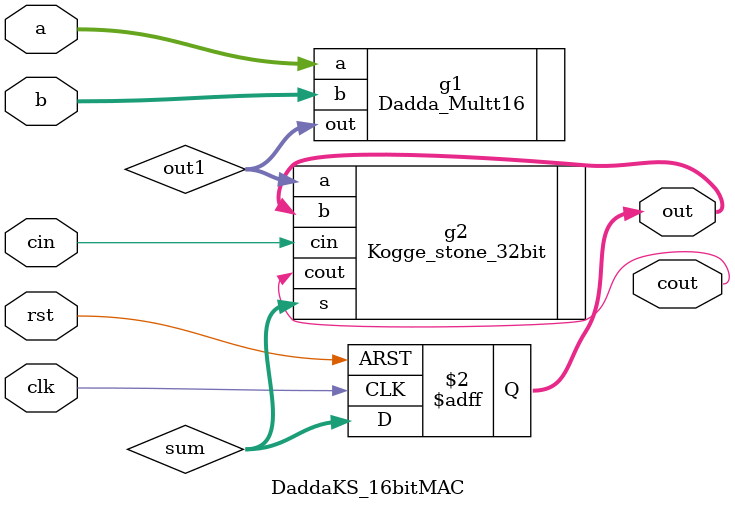
<source format=v>
module DaddaKS_16bitMAC(
    input [15:0] a,          // 8-bit input A
    input [15:0] b,          // 8-bit input B
    input clk,
    input rst,
    input cin,              // Carry-in for the adder
    output reg [31:0] out,  // 16-bit output
    output cout             // Carry-out from the adder
);

    wire [31:0] out1;       // Output from the 8-bit Vedic multiplier
    wire [31:0] sum;

    // Instantiate 8-bit Vedic multiplier
    Dadda_Multt16 g1 (
        .a(a),
        .b(b),
        .out(out1)
    );

    // Instantiate 16-bit Kogge-Stone adder
    Kogge_stone_32bit g2 (
        .a(out1),
        .b(out),
        .cin(cin),
        .s(sum),
        .cout(cout)
    );

    // Register output with synchronous reset
    always @(posedge clk or posedge rst) begin
        if (rst)
            out <= 16'h0;  // Reset to 16-bit zero
        else
            out <= sum;    // Update output with adder result
    end
endmodule


</source>
